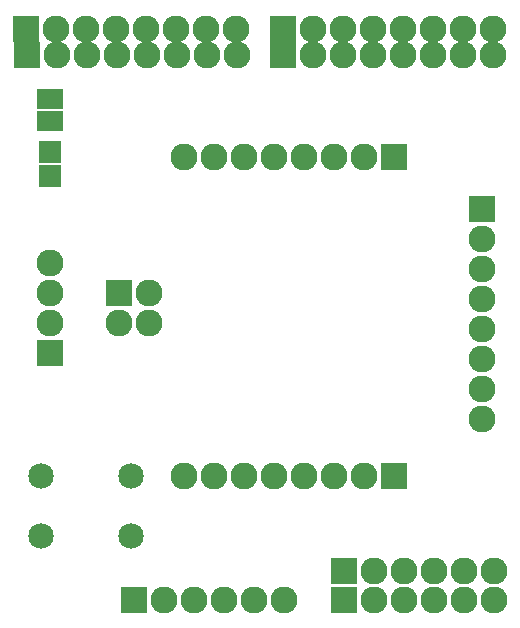
<source format=gts>
G04 (created by PCBNEW-RS274X (2011-nov-30)-testing) date Tue 29 May 2012 07:38:49 PM EDT*
%MOIN*%
G04 Gerber Fmt 3.4, Leading zero omitted, Abs format*
%FSLAX34Y34*%
G01*
G70*
G90*
G04 APERTURE LIST*
%ADD10C,0.006*%
%ADD11R,0.0772X0.0772*%
%ADD12R,0.09X0.09*%
%ADD13C,0.09*%
%ADD14R,0.085X0.065*%
%ADD15C,0.085*%
G04 APERTURE END LIST*
G54D10*
G54D11*
X3200Y14587D03*
X3200Y15413D03*
G54D12*
X17611Y13500D03*
G54D13*
X17611Y12500D03*
X17611Y11500D03*
X17611Y10500D03*
X17611Y9500D03*
X17611Y8500D03*
X17611Y7500D03*
X17611Y6500D03*
G54D12*
X14673Y4603D03*
G54D13*
X13673Y4603D03*
X12673Y4603D03*
X11673Y4603D03*
X10673Y4603D03*
X9673Y4603D03*
X8673Y4603D03*
X7673Y4603D03*
G54D12*
X14673Y15233D03*
G54D13*
X13673Y15233D03*
X12673Y15233D03*
X11673Y15233D03*
X10673Y15233D03*
X9673Y15233D03*
X8673Y15233D03*
X7673Y15233D03*
G54D12*
X5996Y480D03*
G54D13*
X6996Y480D03*
X7996Y480D03*
X8996Y480D03*
X9996Y480D03*
X10996Y480D03*
G54D12*
X5500Y10700D03*
G54D13*
X6500Y10700D03*
X5500Y9700D03*
X6500Y9700D03*
G54D14*
X3200Y16425D03*
X3200Y17175D03*
G54D15*
X2900Y2600D03*
X2900Y4600D03*
X5900Y2600D03*
X5900Y4600D03*
G54D12*
X2420Y18640D03*
G54D13*
X3420Y18640D03*
X4420Y18640D03*
X5420Y18640D03*
X6420Y18640D03*
X7420Y18640D03*
X8420Y18640D03*
X9420Y18640D03*
G54D12*
X10980Y19509D03*
G54D13*
X11980Y19509D03*
X12980Y19509D03*
X13980Y19509D03*
X14980Y19509D03*
X15980Y19509D03*
X16980Y19509D03*
X17980Y19509D03*
G54D12*
X10970Y18640D03*
G54D13*
X11970Y18640D03*
X12970Y18640D03*
X13970Y18640D03*
X14970Y18640D03*
X15970Y18640D03*
X16970Y18640D03*
X17970Y18640D03*
G54D12*
X2398Y19508D03*
G54D13*
X3398Y19508D03*
X4398Y19508D03*
X5398Y19508D03*
X6398Y19508D03*
X7398Y19508D03*
X8398Y19508D03*
X9398Y19508D03*
G54D12*
X13004Y480D03*
G54D13*
X14004Y480D03*
X15004Y480D03*
X16004Y480D03*
X17004Y480D03*
X18004Y480D03*
G54D12*
X13004Y1425D03*
G54D13*
X14004Y1425D03*
X15004Y1425D03*
X16004Y1425D03*
X17004Y1425D03*
X18004Y1425D03*
G54D12*
X3200Y8700D03*
G54D13*
X3200Y9700D03*
X3200Y10700D03*
X3200Y11700D03*
M02*

</source>
